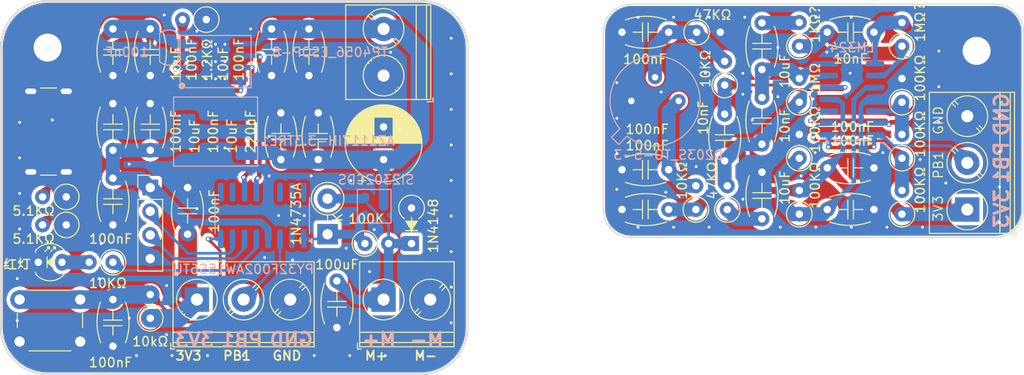
<source format=kicad_pcb>
(kicad_pcb (version 20240108) (generator "pcbnew") (generator_version "8.0")
  (layers (0 "F.Cu" signal) (31 "B.Cu" signal) (34 "B.Paste" user) (35 "F.Paste" user) (36 "B.SilkS" user "B.Silkscreen") (37 "F.SilkS" user "F.Silkscreen") (38 "B.Mask" user) (39 "F.Mask" user) (44 "Edge.Cuts" user))
  (net 0 "")
  (net 1 "GND")
  (net 2 "BAT")
  (net 3 "VCC")
  (net 4 "VBUS")
  (net 5 "/NRST")
  (net 6 "Net-(D1-K)")
  (net 7 "Net-(U4B--)")
  (net 8 "Net-(U4C-+)")
  (net 9 "Net-(S1-G)")
  (net 10 "Net-(S1-S)")
  (net 11 "Net-(U4A--)")
  (net 12 "Net-(U4A-+)")
  (net 13 "Net-(U4B-+)")
  (net 14 "/PA6")
  (net 15 "/SWCLK")
  (net 16 "/SWDIO")
  (net 17 "Net-(LED1-A)")
  (net 18 "Net-(U2-PROG)")
  (net 19 "Net-(USB1-CC2)")
  (net 20 "Net-(USB1-CC1)")
  (net 21 "/PA2")
  (net 22 "Net-(U4C--)")
  (net 23 "Net-(U4D-+)")
  (net 24 "/PA1")
  (net 25 "/PA0")
  (net 26 "/PB1")
  (net 27 "/PA9")
  (net 28 "/PF1")
  (net 29 "/PA3")
  (net 30 "/PF0")
  (net 31 "/PA7")
  (net 32 "/PB0")
  (net 33 "Net-(C18-Pad2)")
  (net 34 "Net-(C18-Pad1)")
  (net 35 "Net-(C24-Pad1)")
  (net 36 "/DOUT")
  (footprint "PCM_Capacitor_THT_US_AKL:C_Disc_D5.1mm_W3.2mm_P5.00mm" (layer "F.Cu") (at 121.55 122.35 180)
    (property "Reference" "C16" (hide yes))
    (property "Value" "100nF")
  )
  (footprint "Diode_THT:D_DO-41_SOD81_P3.81mm_Vertical_KathodeUp" (layer "F.Cu") (at 85 125 90)
    (property "Reference" "DZ1" (hide yes))
    (property "Value" "1N4735A")
  )
  (footprint "TerminalBlock_Phoenix:TerminalBlock_Phoenix_PT-1,5-2-5.0-H_1x02_P5.00mm_Horizontal" (layer "F.Cu") (at 91 108 90)
    (property "Reference" "P1" (hide yes))
    (property "Value" "Screw_Terminal_2_P5.00mm" (hide yes))
  )
  (footprint "PCM_Capacitor_THT_US_AKL:C_Disc_D5.1mm_W3.2mm_P5.00mm" (layer "F.Cu") (at 70 125 90)
    (property "Reference" "C8" (hide yes))
    (property "Value" "100nF")
  )
  (footprint "PCM_Capacitor_THT_US_AKL:C_Disc_D5.1mm_W3.2mm_P5.00mm" (layer "F.Cu") (at 62 119 -90)
    (property "Reference" "C12" (hide yes))
    (property "Value" "100nF")
  )
  (footprint "PCM_Resistor_THT_AKL:R_Axial_DIN0207_L6.3mm_D2.5mm_P2.54mm_Vertical" (layer "F.Cu") (at 135.55 110.85 90)
    (property "Reference" "R14" (hide yes))
    (property "Value" "1MΩ")
  )
  (footprint "TerminalBlock_Phoenix:TerminalBlock_Phoenix_PT-1,5-3-5.0-H_1x03_P5.00mm_Horizontal" (layer "F.Cu") (at 153.55 122.35 90)
    (property "Reference" "J4" (hide yes))
    (property "Value" "Screw_Terminal_3_P5.00mm" (hide yes))
  )
  (footprint "PCM_Resistor_THT_AKL:R_Axial_DIN0207_L6.3mm_D2.5mm_P2.54mm_Vertical" (layer "F.Cu") (at 146.55 104.85 90)
    (property "Reference" "R9" (hide yes))
    (property "Value" "1MΩ？")
  )
  (footprint "PCM_Resistor_THT_AKL:R_Axial_DIN0207_L6.3mm_D2.5mm_P2.54mm_Vertical" (layer "F.Cu") (at 57 124 180)
    (property "Reference" "R2" (hide yes))
    (property "Value" "5.1KΩ")
  )
  (footprint "PCM_Capacitor_THT_US_AKL:C_Disc_D5.1mm_W3.2mm_P5.00mm" (layer "F.Cu") (at 62 103 -90)
    (property "Reference" "C9" (hide yes))
    (property "Value" "10uF")
  )
  (footprint "MountingHole:MountingHole_3mm_Pad" (layer "F.Cu") (at 55 105)
    (property "Reference" "H1" (hide yes))
    (property "Value" "~")
  )
  (footprint "PCM_Resistor_THT_AKL:R_Axial_DIN0207_L6.3mm_D2.5mm_P2.54mm_Vertical" (layer "F.Cu") (at 57 121 180)
    (property "Reference" "R3" (hide yes))
    (property "Value" "5.1KΩ")
  )
  (footprint "PCM_Resistor_THT_AKL:R_Axial_DIN0207_L6.3mm_D2.5mm_P2.54mm_Vertical" (layer "F.Cu") (at 124.466666 122.35 90)
    (property "Reference" "R8" (hide yes))
    (property "Value" "10KΩ")
  )
  (footprint "PCM_Resistor_THT_AKL:R_Axial_DIN0207_L6.3mm_D2.5mm_P2.54mm_Vertical" (layer "F.Cu") (at 62 128 180)
    (property "Reference" "R5" (hide yes))
    (property "Value" "10KΩ")
  )
  (footprint "Button_Switch_THT:SW_PUSH_6mm_H7.3mm" (layer "F.Cu") (at 52 132)
    (property "Reference" "SW1" (hide yes))
    (property "Value" "SW_DIP_x01" (hide yes))
  )
  (footprint "PCM_Capacitor_THT_US_AKL:C_Disc_D5.1mm_W3.2mm_P5.00mm" (layer "F.Cu") (at 83 103 -90)
    (property "Reference" "C2" (hide yes))
    (property "Value" "100nF")
  )
  (footprint "PCM_Capacitor_THT_US_AKL:C_Disc_D5.1mm_W3.2mm_P5.00mm" (layer "F.Cu") (at 121.55 118.083334 180)
    (property "Reference" "C17" (hide yes))
    (property "Value" "100nF")
  )
  (footprint "PCM_Capacitor_THT_US_AKL:C_Disc_D5.1mm_W3.2mm_P5.00mm" (layer "F.Cu") (at 84 117 90)
    (property "Reference" "C4" (hide yes))
    (property "Value" "10uF")
  )
  (footprint "PCM_Capacitor_THT_US_AKL:C_Disc_D5.1mm_W3.2mm_P5.00mm" (layer "F.Cu") (at 131.55 107.35 90)
    (property "Reference" "C18" (hide yes))
    (property "Value" "10uF")
  )
  (footprint "Connector_USB:USB_C_Receptacle_GCT_USB4125-xx-x_6P_TopMnt_Horizontal" (layer "F.Cu") (at 54 114 -90)
    (property "Reference" "USB1" (hide yes))
    (property "Value" "USB_C_Receptacle_PowerOnly_6P" (hide yes))
  )
  (footprint "PCM_Capacitor_THT_US_AKL:C_Disc_D5.1mm_W3.2mm_P5.00mm" (layer "F.Cu") (at 79 103 -90)
    (property "Reference" "C1" (hide yes))
    (property "Value" "10uF")
  )
  (footprint "PCM_Capacitor_THT_US_AKL:C_Disc_D5.1mm_W3.2mm_P5.00mm" (layer "F.Cu") (at 131.55 123.35 90)
    (property "Reference" "C24" (hide yes))
    (property "Value" "10uF")
  )
  (footprint "PCM_Capacitor_THT_US_AKL:C_Disc_D5.1mm_W3.2mm_P5.00mm" (layer "F.Cu") (at 131.55 115.35 90)
    (property "Reference" "C23" (hide yes))
    (property "Value" "10nF")
  )
  (footprint "TerminalBlock_Phoenix:TerminalBlock_Phoenix_PT-1,5-2-5.0-H_1x02_P5.00mm_Horizontal" (layer "F.Cu") (at 91 132)
    (property "Reference" "J2" (hide yes))
    (property "Value" "Screw_Terminal_2_P5.00mm" (hide yes))
  )
  (footprint "PCM_Capacitor_THT_US_AKL:C_Disc_D5.1mm_W3.2mm_P5.00mm" (layer "F.Cu") (at 138.55 103.35)
    (property "Reference" "C15" (hide yes))
    (property "Value" "10nF")
  )
  (footprint "PCM_Capacitor_THT_US_AKL:C_Disc_D5.1mm_W3.2mm_P5.00mm" (layer "F.Cu") (at 138.55 122.35)
    (property "Reference" "C22" (hide yes))
    (property "Value" "100nF")
  )
  (footprint "PCM_Capacitor_THT_US_AKL:C_Disc_D5.1mm_W3.2mm_P5.00mm" (layer "F.Cu") (at 66 103 -90)
    (property "Reference" "C10" (hide yes))
    (property "Value" "100nF")
  )
  (footprint "PCM_Capacitor_THT_US_AKL:C_Disc_D5.1mm_W3.2mm_P5.00mm" (layer "F.Cu") (at 127.55 112.136667 -90)
    (property "Reference" "C21" (hide yes))
    (property "Value" "10nF")
  )
  (footprint "PCM_Diode_THT_AKL:D_DO-35_SOD27_P3.81mm_Vertical_KathodeUp" (layer "F.Cu") (at 94 126 90)
    (property "Reference" "D1" (hide yes))
    (property "Value" "1N4148")
  )
  (footprint "PCM_Resistor_THT_AKL:R_Axial_DIN0207_L6.3mm_D2.5mm_P2.54mm_Vertical" (layer "F.Cu") (at 124.55 103.35)
    (property "Reference" "R13" (hide yes))
    (property "Value" "47KΩ")
  )
  (footprint "PCM_Capacitor_THT_US_AKL:C_Disc_D5.1mm_W3.2mm_P5.00mm" (layer "F.Cu") (at 62 116 90)
    (property "Reference" "C7" (hide yes))
    (property "Value" "100nF")
  )
  (footprint "MountingHole:MountingHole_3mm_Pad" (layer "F.Cu") (at 154.55 105.35 90)
    (property "Reference" "H2" (hide yes))
    (property "Value" "~")
  )
  (footprint "PCM_Resistor_THT_AKL:R_Axial_DIN0207_L6.3mm_D2.5mm_P2.54mm_Vertical" (layer "F.Cu") (at 135.55 104.85 90)
    (property "Reference" "R12" (hide yes))
    (property "Value" "1KΩ?")
  )
  (footprint "PCM_Capacitor_THT_US_AKL:CP_Radial_D8.0mm_P3.50mm" (layer "F.Cu") (at 91 117 90)
    (property "Reference" "C3" (hide yes))
    (property "Value" "220uF")
  )
  (footprint "PCM_Resistor_THT_AKL:R_Axial_DIN0207_L6.3mm_D2.5mm_P2.54mm_Vertical" (layer "F.Cu") (at 127.55 109.013334 90)
    (property "Reference" "R10" (hide yes))
    (property "Value" "10KΩ")
  )
  (footprint "Connector_PinHeader_2.54mm:PinHeader_1x04_P2.54mm_Vertical" (layer "F.Cu") (at 66 120)
    (property "Reference" "J1" (hide yes))
    (property "Value" "Conn_01x04" (hide yes))
  )
  (footprint "PCM_Capacitor_THT_US_AKL:C_Disc_D5.1mm_W3.2mm_P5.00mm" (layer "F.Cu") (at 66 116 90)
    (property "Reference" "C6" (hide yes))
    (property "Value" "10uF")
  )
  (footprint "TerminalBlock_Phoenix:TerminalBlock_Phoenix_PT-1,5-3-5.0-H_1x03_P5.00mm_Horizontal" (layer "F.Cu") (at 71 132)
    (property "Reference" "J3" (hide yes))
    (property "Value" "Screw_Terminal_3_P5.00mm" (hide yes))
  )
  (footprint "PCM_Capacitor_THT_US_AKL:C_Disc_D5.1mm_W3.2mm_P5.00mm" (layer "F.Cu") (at 121.55 103.35 180)
    (property "Reference" "C20" (hide yes))
    (property "Value" "100nF")
  )
  (footprint "PCM_Resistor_THT_AKL:R_Axial_DIN0207_L6.3mm_D2.5mm_P2.54mm_Vertical" (layer "F.Cu") (at 135.55 116.85 90)
    (property "Reference" "R17" (hide yes))
    (property "Value" "100KΩ")
  )
  (footprint "PCM_Capacitor_THT_US_AKL:C_Disc_D5.1mm_W3.2mm_P5.00mm" (layer "F.Cu") (at 62 132 -90)
    (property "Reference" "C13" (hide yes))
    (property "Value" "100nF")
  )
  (footprint "PCM_LED_THT_AKL:LED_D3.0mm" (layer "F.Cu") (at 54 128)
    (property "Reference" "LED1" (hide yes))
    (property "Value" "红灯")
  )
  (footprint "PCM_Resistor_THT_AKL:R_Axial_DIN0207_L6.3mm_D2.5mm_P2.54mm_Vertical" (layer "F.Cu") (at 72 102 180)
    (property "Reference" "R1" (hide yes))
    (property "Value" "1.2KΩ")
  )
  (footprint "PCM_Resistor_THT_AKL:R_Axial_DIN0207_L6.3mm_D2.5mm_P2.54mm_Vertical" (layer "F.Cu") (at 127.833332 122.35 90)
    (property "Reference" "R18" (hide yes))
    (property "Value" "47KΩ")
  )
  (footprint "PCM_Capacitor_THT_US_AKL:C_Disc_D5.1mm_W3.2mm_P5.00mm" (layer "F.Cu") (at 80 117 90)
    (property "Reference" "C5" (hide yes))
    (property "Value" "100nF")
  )
  (footprint "PCM_Resistor_THT_AKL:R_Axial_DIN0207_L6.3mm_D2.5mm_P2.54mm_Vertical" (layer "F.Cu") (at 66 134 90)
    (property "Reference" "R4" (hide yes))
    (property "Value" "10kΩ")
  )
  (footprint "PCM_Capacitor_THT_US_AKL:C_Disc_D5.1mm_W3.2mm_P5.00mm" (layer "F.Cu") (at 86 130 -90)
    (property "Reference" "C14" (hide yes))
    (property "Value" "100uF")
  )
  (footprint "PCM_Capacitor_THT_US_AKL:C_Disc_D5.1mm_W3.2mm_P5.00mm" (layer "F.Cu") (at 138.55 117.888334)
    (property "Reference" "C19" (hide yes))
    (property "Value" "100nF")
  )
  (footprint "PCM_Resistor_THT_AKL:R_Axial_DIN0207_L6.3mm_D2.5mm_P2.54mm_Vertical" (layer "F.Cu") (at 89 126)
    (property "Reference" "R6" (hide yes))
    (property "Value" "100K")
  )
  (footprint "PCM_Resistor_THT_AKL:R_Axial_DIN0207_L6.3mm_D2.5mm_P2.54mm_Vertical" (layer "F.Cu") (at 146.55 110.85 90)
    (property "Reference" "R15" (hide yes))
    (property "Value" "100KΩ")
  )
  (footprint "PCM_Resistor_THT_AKL:R_Axial_DIN0207_L6.3mm_D2.5mm_P2.54mm_Vertical" (layer "F.Cu") (at 146.55 122.85 90)
    (property "Reference" "R7" (hide yes))
    (property "Value" "100KΩ")
  )
  (footprint "PCM_Resistor_THT_AKL:R_Axial_DIN0207_L6.3mm_D2.5mm_P2.54mm_Vertical" (layer "F.Cu") (at 146.55 116.85 90)
    (property "Reference" "R11" (hide yes))
    (property "Value" "100KΩ")
  )
  (footprint "PCM_Resistor_THT_AKL:R_Axial_DIN0207_L6.3mm_D2.5mm_P2.54mm_Vertical" (layer "F.Cu") (at 135.55 122.85 90)
    (property "Reference" "R16" (hide yes))
    (property "Value" "100KΩ")
  )
  (footprint "PCM_Capacitor_SMD_AKL:C_0805_2012Metric" (layer "B.Cu") (at 68 105 -90)
    (property "Reference" "C11" (hide yes))
    (property "Value" "100nF")
  )
  (footprint "Package_TO_SOT_THT:TO-5-3" (layer "B.Cu") (at 117.55 110.716668)
    (property "Reference" "S1" (hide yes))
    (property "Value" "D203S_TO-5-3")
  )
  (footprint "Package_SO:SOP-16_3.9x9.9mm_P1.27mm" (layer "B.Cu") (at 78 123 90)
    (property "Reference" "U3" (hide yes))
    (property "Value" "PY32F002AW15S6TU")
  )
  (footprint "Package_SO:SOIC-14_3.9x8.7mm_P1.27mm" (layer "B.Cu") (at 141.2 110.541668)
    (property "Reference" "U4" (hide yes))
    (property "Value" "LM324")
  )
  (footprint "PCM_Package_TO_SOT_SMD_AKL:SOT-223-3_TabPin2" (layer "B.Cu") (at 73 114 180)
    (property "Reference" "U1" (hide yes))
    (property "Value" "AZ1117IH-3.3TRE1")
  )
  (footprint "PCM_Package_TO_SOT_SMD_AKL:SOT-23" (layer "B.Cu") (at 90 122)
    (property "Reference" "Q1" (hide yes))
    (property "Value" "Si2302CDS")
  )
  (footprint "PCM_Package_SO_AKL:HSOP-8-1EP_3.9x4.9mm_P1.27mm_EP2.41x3.1mm_ThermalVias2" (layer "B.Cu") (at 73 106.5)
    (property "Reference" "U2" (hide yes))
    (property "Value" "TP4056_ESOP-8")
  )
  (gr_arc (start 117.55 125.35) (mid 115.42868 124.47132) (end 114.55 122.35) (stroke (width 0.1)) (layer "Edge.Cuts"))
  (gr_line (start 114.55 122.35) (end 114.55 103.35) (stroke (width 0.1)) (layer "Edge.Cuts"))
  (gr_line (start 100 105) (end 100 135) (stroke (width 0.2)) (layer "Edge.Cuts"))
  (gr_arc (start 50 105) (mid 51.464466 101.464466) (end 55 100) (stroke (width 0.2)) (layer "Edge.Cuts"))
  (gr_arc (start 114.55 103.35) (mid 115.42868 101.22868) (end 117.55 100.35) (stroke (width 0.1)) (layer "Edge.Cuts"))
  (gr_arc (start 100 135) (mid 98.535534 138.535534) (end 95 140) (stroke (width 0.2)) (layer "Edge.Cuts"))
  (gr_arc (start 156.55 100.35) (mid 158.67132 101.22868) (end 159.55 103.35) (stroke (width 0.1)) (layer "Edge.Cuts"))
  (gr_line (start 156.55 125.35) (end 117.55 125.35) (stroke (width 0.1)) (layer "Edge.Cuts"))
  (gr_line (start 95 140) (end 55 140) (stroke (width 0.2)) (layer "Edge.Cuts"))
  (gr_line (start 159.55 103.35) (end 159.55 122.35) (stroke (width 0.1)) (layer "Edge.Cuts"))
  (gr_line (start 55 100) (end 95 100) (stroke (width 0.2)) (layer "Edge.Cuts"))
  (gr_line (start 117.55 100.35) (end 156.55 100.35) (stroke (width 0.1)) (layer "Edge.Cuts"))
  (gr_arc (start 55 140) (mid 51.464466 138.535534) (end 50 135) (stroke (width 0.2)) (layer "Edge.Cuts"))
  (gr_arc (start 159.55 122.35) (mid 158.67132 124.47132) (end 156.55 125.35) (stroke (width 0.1)) (layer "Edge.Cuts"))
  (gr_line (start 50 135) (end 50 105) (stroke (width 0.2)) (layer "Edge.Cuts"))
  (gr_arc (start 95 100) (mid 98.535534 101.464466) (end 100 105) (stroke (width 0.2)) (layer "Edge.Cuts"))
  (gr_text "GND" (at 83.6 137.2 0) (layer "B.SilkS") (effects (font (size 1.5 1.5) (thickness 0.3) (bold yes)) (justify left bottom mirror)))
  (gr_text "M+" (at 92.5 137.2 0) (layer "B.SilkS") (effects (font (size 1.5 1.5) (thickness 0.3) (bold yes)) (justify left bottom mirror)))
  (gr_text "M-\n" (at 97.6 137.2 0) (layer "B.SilkS") (effects (font (size 1.5 1.5) (thickness 0.3) (bold yes)) (justify left bottom mirror)))
  (gr_text "PB1" (at 158.1 114.921429 90) (layer "B.SilkS") (effects (font (size 1.5 1.5) (thickness 0.3) (bold yes)) (justify left bottom mirror)))
  (gr_text "GND" (at 158.1 109.7 90) (layer "B.SilkS") (effects (font (size 1.5 1.5) (thickness 0.3) (bold yes)) (justify left bottom mirror)))
  (gr_text "PB1" (at 78.228571 137.2 0) (layer "B.SilkS") (effects (font (size 1.5 1.5) (thickness 0.3) (bold yes)) (justify left bottom mirror)))
  (gr_text "3V3" (at 73 137.2 0) (layer "B.SilkS") (effects (font (size 1.5 1.5) (thickness 0.3) (bold yes)) (justify left bottom mirror)))
  (gr_text "3V3" (at 158.1 120 90) (layer "B.SilkS") (effects (font (size 1.5 1.5) (thickness 0.3) (bold yes)) (justify left bottom mirror)))
  (gr_text "PB1" (at 151.03 119.145238 90) (layer "F.SilkS") (effects (font (size 1 1) (thickness 0.125)) (justify left bottom)))
  (gr_text "M-\n" (at 94.2 138.6 0) (layer "F.SilkS") (effects (font (size 1 1) (thickness 0.1875)) (justify left bottom)))
  (gr_text "GND" (at 79 138.6 0) (layer "F.SilkS") (effects (font (size 1 1) (thickness 0.1875)) (justify left bottom)))
  (gr_text "GND" (at 151.03 114.4 90) (layer "F.SilkS") (effects (font (size 1 1) (thickness 0.125)) (justify left bottom)))
  (gr_text "M+" (at 88.9 138.6 0) (layer "F.SilkS") (effects (font (size 1 1) (thickness 0.1875)) (justify left bottom)))
  (gr_text "PB1" (at 73.704762 138.6 0) (layer "F.SilkS") (effects (font (size 1 1) (thickness 0.1875)) (justify left bottom)))
  (gr_text "3V3" (at 151 123.7 90) (layer "F.SilkS") (effects (font (size 1 1) (thickness 0.125)) (justify left bottom)))
  (gr_text "3V3" (at 68.6 138.6 0) (layer "F.SilkS") (effects (font (size 1 1) (thickness 0.1875)) (justify left bottom)))
  (segment (start 57.08 111.25) (end 57.08 109.76) (width 0.76) (layer "F.Cu") (net 1))
  (segment (start 57.08 109.76) (end 57 109.68) (width 0.76) (layer "F.Cu") (net 1))
  (segment (start 57.08 116.75) (end 57.08 118.24) (width 0.76) (layer "F.Cu") (net 1))
  (segment (start 57.08 118.24) (end 57 118.32) (width 0.76) (layer "F.Cu") (net 1))
  (via (at 64.5 105.75) (size 0.5) (drill 0.3) (layers "F.Cu" "B.Cu") (net 1))
  (via (at 122.08 124.25) (size 0.5) (drill 0.3) (layers "F.Cu" "B.Cu") (net 1))
  (via (at 98.25 119.24) (size 0.5) (drill 0.3) (layers "F.Cu" "B.Cu") (net 1))
  (via (at 118.27 124.25) (size 0.5) (drill 0.3) (layers "F.Cu" "B.Cu") (net 1))
  (via (at 74 115.75) (size 0.5) (drill 0.3) (layers "F.Cu" "B.Cu") (net 1))
  (via (at 92.75 113.75) (size 0.5) (drill 0.3) (layers "F.Cu" "B.Cu") (net 1))
  (via (at 51.75 129.75) (size 0.5) (drill 0.3) (layers "F.Cu" "B.Cu") (net 1))
  (via (at 98.25 126.86) (size 0.5) (drill 0.3) (layers "F.Cu" "B.Cu") (net 1))
  (via (at 150.5 109.19) (size 0.5) (drill 0.3) (layers "F.Cu" "B.Cu") (net 1))
  (via (at 137 110.5) (size 0.5) (drill 0.3) (layers "F.Cu" "B.Cu") (net 1))
  (via (at 141 107.75) (size 0.5) (drill 0.3) (layers "F.Cu" "B.Cu") (net 1))
  (via (at 148.5 113.75) (size 0.5) (drill 0.3) (layers "F.Cu" "B.Cu") (net 1))
  (via (at 157 116.13) (size 0.5) (drill 0.3) (layers "F.Cu" "B.Cu") (net 1))
  (via (at 148.75 124.25) (size 0.5) (drill 0.3) (layers "F.Cu" "B.Cu") (net 1))
  (via (at 79.76 138) (size 0.5) (drill 0.3) (layers "F.Cu" "B.Cu") (net 1))
  (via (at 98.25 123.05) (size 0.5) (drill 0.3) (layers "F.Cu" "B.Cu") (net 1))
  (via (at 133.25 105) (size 0.5) (drill 0.3) (layers "F.Cu" "B.Cu") (net 1))
  (via (at 83.57 138) (size 0.5) (drill 0.3) (layers "F.Cu" "B.Cu") (net 1))
  (via (at 116 112.57) (size 0.5) (drill 0.3) (layers "F.Cu" "B.Cu") (net 1))
  (via (at 52 116.82) (size 0.5) (drill 0.3) (layers "F.Cu" "B.Cu") (net 1))
  (via (at 52 124.44) (size 0.5) (drill 0.3) (layers "F.Cu" "B.Cu") (net 1))
  (via (at 72.14 138) (size 0.5) (drill 0.3) (layers "F.Cu" "B.Cu") (net 1))
  (via (at 87.38 138) (size 0.5) (drill 0.3) (layers "F.Cu" "B.Cu") (net 1))
  (via (at 71 122.25) (size 0.5) (drill 0.3) (layers "F.Cu" "B.Cu") (net 1))
  (via (at 91.75 105.5) (size 0.5) (drill 0.3) (layers "F.Cu" "B.Cu") (net 1))
  (via (at 90 124.5) (size 0.5) (drill 0.3) (layers "F.Cu" "B.Cu") (net 1))
  (via (at 116 120.19) (size 0.5) (drill 0.3) (layers "F.Cu" "B.Cu") (net 1))
  (via (at 91.19 138) (size 0.5) (drill 0.3) (layers "F.Cu" "B.Cu") (net 1))
  (via (at 76.75 103) (size 0.5) (drill 0.3) (layers "F.Cu" "B.Cu") (net 1))
  (via (at 60.5 129.75) (size 0.5) (drill 0.3) (layers "F.Cu" "B.Cu") (net 1))
  (via (at 137.25 116.25) (size 0.5) (drill 0.3) (layers "F.Cu" "B.Cu") (net 1))
  (via (at 98.25 107.81) (size 0.5) (drill 0.3) (layers "F.Cu" "B.Cu") (net 1))
  (via (at 78.75 114.5) (size 0.5) (drill 0.3) (layers "F.Cu" "B.Cu") (net 1))
  (via (at 129.5 121.25) (size 0.5) (drill 0.3) (layers "F.Cu" "B.Cu") (net 1))
  (via (at 55.5 112.75) (size 0.5) (drill 0.3) (layers "F.Cu" "B.Cu") (net 1))
  (via (at 157 112.32) (size 0.5) (drill 0.3) (layers "F.Cu" "B.Cu") (net 1))
  (via (at 129.7 101.75) (size 0.5) (drill 0.3) (layers "F.Cu" "B.Cu") (net 1))
  (via (at 67.75 130.5) (size 0.5) (drill 0.3) (layers "F.Cu" "B.Cu") (net 1))
  (via (at 157 119.94) (size 0.5) (drill 0.3) (layers "F.Cu" "B.Cu") (net 1))
  (via (at 125.89 124.25) (size 0.5) (drill 0.3) (layers "F.Cu" "B.Cu") (net 1))
  (via (at 98.25 134.48) (size 0.5) (drill 0.3) (layers "F.Cu" "B.Cu") (net 1))
  (via (at 78.25 127.5) (size 0.5) (drill 0.3) (layers "F.Cu" "B.Cu") (net 1))
  (via (at 98.25 104) (size 0.5) (drill 0.3) (layers "F.Cu" "B.Cu") (net 1))
  (via (at 98.25 111.62) (size 0.5) (drill 0.3) (layers "F.Cu" "B.Cu") (net 1))
  (via (at 150.5 113) (size 0.5) (drill 0.3) (layers "F.Cu" "B.Cu") (net 1))
  (via (at 52 120.63) (size 0.5) (drill 0.3) (layers "F.Cu" "B.Cu") (net 1))
  (via (at 64.52 138) (size 0.5) (drill 0.3) (layers "F.Cu" "B.Cu") (net 1))
  (via (at 125.5 107.75) (size 0.5) (drill 0.3) (layers "F.Cu" "B.Cu") (net 1))
  (via (at 135.75 118.75) (size 0.5) (drill 0.3) (layers "F.Cu" "B.Cu") (net 1))
  (via (at 148.5 117) (size 0.5) (drill 0.3) (layers "F.Cu" "B.Cu") (net 1))
  (via (at 95 138) (size 0.5) (drill 0.3) (layers "F.Cu" "B.Cu") (net 1))
  (via (at 116 116.38) (size 0.5) (drill 0.3) (layers "F.Cu" "B.Cu") (net 1))
  (via (at 137.32 124.25) (size 0.5) (drill 0.3) (layers "F.Cu" "B.Cu") (net 1))
  (via (at 51.75 134.25) (size 0.5) (drill 0.3) (layers "F.Cu" "B.Cu") (net 1))
  (via (at 130.5 112.75) (size 0.5) (drill 0.3) (layers "F.Cu" "B.Cu") (net 1))
  (via (at 75.95 138) (size 0.5) (drill 0.3) (layers "F.Cu" "B.Cu") (net 1))
  (via (at 87.5 119.25) (size 0.5) (drill 0.3) (layers "F.Cu" "B.Cu") (net 1))
  (via (at 98.25 115.43) (size 0.5) (drill 0.3) (layers "F.Cu" "B.Cu") (net 1))
  (via (at 133.51 124.25) (size 0.5) (drill 0.3) (layers "F.Cu" "B.Cu") (net 1))
  (via (at 144.94 124.25) (size 0.5) (drill 0.3) (layers "F.Cu" "B.Cu") (net 1))
  (via (at 121.25 120.5) (size 0.5) (drill 0.3) (layers "F.Cu" "B.Cu") (net 1))
  (via (at 129.5 110) (size 0.5) (drill 0.3) (layers "F.Cu" "B.Cu") (net 1))
  (via (at 129.5 107.75) (size 0.5) (drill 0.3) (layers "F.Cu" "B.Cu") (net 1))
  (via (at 79.25 105.25) (size 0.5) (drill 0.3) (layers "F.Cu" "B.Cu") (net 1))
  (via (at 52 113.01) (size 0.5) (drill 0.3) (layers "F.Cu" "B.Cu") (net 1))
  (via (at 141.13 101.75) (size 0.5) (drill 0.3) (layers "F.Cu" "B.Cu") (net 1))
  (via (at 71 103.25) (size 0.5) (drill 0.3) (layers "F.Cu" "B.Cu") (net 1))
  (via (at 151.25 119.5) (size 0.5) (drill 0.3) (layers "F.Cu" "B.Cu") (net 1))
  (via (at 87 126.5) (size 0.5) (drill 0.3) (layers "F.Cu" "B.Cu") (net 1))
  (via (at 141.13 124.25) (size 0.5) (drill 0.3) (layers "F.Cu" "B.Cu") (net 1))
  (via (at 137.32 101.75) (size 0.5) (drill 0.3) (layers "F.Cu" "B.Cu") (net 1))
  (via (at 157 123.75) (size 0.5) (drill 0.3) (layers "F.Cu" "B.Cu") (net 1))
  (via (at 89.5 129) (size 0.5) (drill 0.3) (layers "F.Cu" "B.Cu") (net 1))
  (via (at 122.08 101.75) (size 0.5) (drill 0.3) (layers "F.Cu" "B.Cu") (net 1))
  (via (at 63.75 134) (size 0.5) (drill 0.3) (layers "F.Cu" "B.Cu") (net 1))
  (via (at 133.25 110.25) (size 0.5) (drill 0.3) (layers "F.Cu" "B.Cu") (net 1))
  (via (at 120.75 109.75) (size 0.5) (drill 0.3) (layers "F.Cu" "B.Cu") (net 1))
  (via (at 67.75 135.75) (size 0.5) (drill 0.3) (layers "F.Cu" "B.Cu") (net 1))
  (via (at 82.5 123) (size 0.5) (drill 0.3) (layers "F.Cu" "B.Cu") (net 1))
  (via (at 98.25 130.67) (size 0.5) (drill 0.3) (layers "F.Cu" "B.Cu") (net 1))
  (via (at 125.89 101.75) (size 0.5) (drill 0.3) (layers "F.Cu" "B.Cu") (net 1))
  (via (at 150.5 105.38) (size 0.5) (drill 0.3) (layers "F.Cu" "B.Cu") (net 1))
  (via (at 116 108.76) (size 0.5) (drill 0.3) (layers "F.Cu" "B.Cu") (net 1))
  (via (at 81.25 127.75) (size 0.5) (drill 0.3) (layers "F.Cu" "B.Cu") (net 1))
  (via (at 60.75 126) (size 0.5) (drill 0.3) (layers "F.Cu" "B.Cu") (net 1))
  (via (at 118.27 101.75) (size 0.5) (drill 0.3) (layers "F.Cu" "B.Cu") (net 1))
  (via (at 78.75 118.75) (size 0.5) (drill 0.3) (layers "F.Cu" "B.Cu") (net 1))
  (via (at 63.75 117.5) (size 0.5) (drill 0.3) (layers "F.Cu" "B.Cu") (net 1))
  (via (at 144.5 116.25) (size 0.5) (drill 0.3) (layers "F.Cu" "B.Cu") (net 1))
  (via (at 83.25 118.75) (size 0.5) (drill 0.3) (layers "F.Cu" "B.Cu") (net 1))
  (via (at 67.5 101.5) (size 0.5) (drill 0.3) (layers "F.Cu" "B.Cu") (net 1))
  (via (at 68.33 138) (size 0.5) (drill 0.3) (layers "F.Cu" "B.Cu") (net 1))
  (via (at 138.5 105.5) (size 0.5) (drill 0.3) (layers "F.Cu" "B.Cu") (net 1))
  (via (at 148.25 121) (size 0.5) (drill 0.3) (layers "F.Cu" "B.Cu") (net 1))
  (via (at 124.5 117.75) (size 0.5) (drill 0.3) (layers "F.Cu" "B.Cu") (net 1))
  (via (at 79.75 123) (size 0.5) (drill 0.3) (layers "F.Cu" "B.Cu") (net 1))
  (segment (start 66 111) (end 62 111) (width 2) (layer "B.Cu") (net 1))
  (segment (start 86 135) (end 84 135) (width 2) (layer "B.Cu") (net 1))
  (segment (start 154.55 111.35) (end 153.55 112.35) (width 1.5) (layer "B.Cu") (net 1))
  (segment (start 66 127.62) (end 65.62 127.62) (width 1.5) (layer "B.Cu") (net 1))
  (segment (start 70.35 105.865) (end 72.365 105.865) (width 1) (layer "B.Cu") (net 1))
  (segment (start 68 105.95) (end 68 106) (width 1) (layer "B.Cu") (net 1))
  (segment (start 72.365 105.865) (end 73 106.5) (width 1) (layer "B.Cu") (net 1))
  (segment (start 70.35 105.865) (end 68.085 105.865) (width 1) (layer "B.Cu") (net 1))
  (segment (start 57 124.568141) (end 54 127.568141) (width 1.5) (layer "B.Cu") (net 1))
  (segment (start 68 106) (end 66 108) (width 1) (layer "B.Cu") (net 1))
  (segment (start 116.55 103.35) (end 116.55 109.716668) (width 1.5) (layer "B.Cu") (net 1))
  (segment (start 75.15 111.7) (end 73 109.55) (width 1.5) (layer "B.Cu") (net 1))
  (segment (start 127.09 103.35) (end 127.09 102.21863) (width 1.5) (layer "B.Cu") (net 1))
  (segment (start 142.858332 110.541668) (end 143.675 110.541668) (width 0.5) (layer "B.Cu") (net 1))
  (segment (start 79 108) (end 91 108) (width 2) (layer "B.Cu") (net 1))
  (segment (start 143.55 117.888334) (end 142.15 116.488334) (width 0.5) (layer "B.Cu") (net 1))
  (segment (start 53.2 118.32) (end 57 118.32) (width 2) (layer "B.Cu") (net 1))
  (segment (start 91 108) (end 91 113.5) (width 2) (layer "B.Cu") (net 1))
  (segment (start 86 135) (end 93 135) (width 2) (layer "B.Cu") (net 1))
  (segment (start 118.45 101.45) (end 116.55 103.35) (width 1.5) (layer "B.Cu") (net 1))
  (segment (start 116.55 122.35) (end 116.55 111.716668) (width 1.5) (layer "B.Cu") (net 1))
  (segment (start 91 113.5) (end 85.5 113.5) (width 2) (layer "B.Cu") (net 1))
  (segment (start 70.35 108.405) (end 71.945 108.405) (width 0.5) (layer "B.Cu") (net 1))
  (segment (start 94 122.19) (end 97.3 125.49) (width 2) (layer "B.Cu") (net 1))
  (segment (start 142.15 111.25) (end 142.858332 110.541668) (width 0.5) (layer "B.Cu") (net 1))
  (segment (start 76.15 111.7) (end 79.7 111.7) (width 1.5) (layer "B.Cu") (net 1))
  (segment (start 65.62 127.62) (end 62 124) (width 1.5) (layer "B.Cu") (net 1))
  (segment (start 142.15 116.488334) (end 142.15 111.25) (width 0.5) (layer "B.Cu") (net 1))
  (segment (start 116.55 111.716668) (end 117.55 110.716668) (width 1.5) (layer "B.Cu") (net 1))
  (segment (start 126.32137 101.45) (end 118.45 101.45) (width 1.5) (layer "B.Cu") (net 1))
  (segment (start 144.318332 110.541668) (end 146.55 108.31) (width 0.5) (layer "B.Cu") (net 1))
  (segment (start 62 108) (end 66 108) (width 2) (layer "B.Cu") (net 1))
  (segment (start 76.15 111.7) (end 75.15 111.7) (width 1.5) (layer "B.Cu") (net 1))
  (segment (start 71.945 108.405) (end 72 108.35) (width 0.5) (layer "B.Cu") (net 1))
  (segment (start 116.55 109.716668) (end 117.55 110.716668) (width 1.5) (layer "B.Cu") (net 1))
  (segment (start 61.5 136.5) (end 62 137) (width 2) (layer "B.Cu") (net 1))
  (segment (start 77.9 122.4) (end 78.635 121.665) (width 0.76) (layer "B.Cu") (net 1))
  (segment (start 73 103) (end 72 102) (width 2) (layer "B.Cu") (net 1))
  (segment (start 154.55 105.35) (end 154.55 111.35) (width 1.5) (layer "B.Cu") (net 1))
  (segment (start 72.4 122.4) (end 77.9 122.4) (width 0.76) (layer "B.Cu") (net 1))
  (segment (start 85.5 113.5) (end 84 112) (width 2) (layer "B.Cu") (net 1))
  (segment (start 73 109.55) (end 73 106.5) (width 1.5) (layer "B.Cu") (net 1))
  (segment (start 55 105) (end 55 109.68) (width 2) (layer "B.Cu") (net 1))
  (segment (start 68.085 105.865) (end 68 105.95) (width 1) (layer "B.Cu") (net 1))
  (segment (start 78.635 121.665) (end 78.635 120.5) (width 0.76) (layer "B.Cu") (net 1))
  (segment (start 57 124) (end 57 124.568141) (width 1.5) (layer "B.Cu") (net 1))
  (segment (start 55 109.68) (end 57 109.68) (width 2) (layer "B.Cu") (net 1))
  (segment (start 70 120) (end 72.4 122.4) (width 0.76) (layer "B.Cu") (net 1))
  (segment (start 79.7 111.7) (end 80 112) (width 1.5) (layer "B.Cu") (net 1))
  (segment (start 70.35 108.405) (end 66.405 108.405) (width 0.5) (layer "B.Cu") (net 1))
  (segment (start 84 135) (end 81 132) (width 2) (layer "B.Cu") (net 1))
  (segment (start 79 108) (end 79 111) (width 2) (layer "B.Cu") (net 1))
  (segment (start 57 118.32) (end 57 124) (width 2) (layer "B.Cu") (net 1))
  (segment (start 93 135) (end 96 132) (width 2) (layer "B.Cu") (net 1))
  (segment (start 97.3 125.49) (end 97.3 130.7) (width 2) (layer "B.Cu") (net 1))
  (segment (start 146.55 108.31) (end 151.59 108.31) (width 1.5) (layer "B.Cu") (net 1))
  (segment (start 151.59 108.31) (end 154.55 105.35) (width 1.5) (layer "B.Cu") (net 1))
  (segment (start 79 111) (end 80 112) (width 2) (layer "B.Cu") (net 1))
  (segment (start 54 127.568141) (end 54 128) (width 1.5) (layer "B.Cu") (net 1))
  (segment (start 143.55 117.888334) (end 143.55 122.35) (width 1.5) (layer "B.Cu") (net 1))
  (segment (start 62 124) (end 57 124) (width 2) (layer "B.Cu") (net 1))
  (segment (start 53.2 109.68) (end 55 109.68) (width 2) (layer "B.Cu") (net 1))
  (segment (start 52 136.5) (end 61.5 136.5) (width 2) (layer "B.Cu") (net 1))
  (segment (start 66.405 108.405) (end 66 108) (width 0.5) (layer "B.Cu") (net 1))
  (segment (start 97.3 130.7) (end 96 132) (width 2) (layer "B.Cu") (net 1))
  (segment (start 143.675 110.541668) (end 144.318332 110.541668) (width 0.5) (layer "B.Cu") (net 1))
  (segment (start 73 106.5) (end 73 103) (width 2) (layer "B.Cu") (net 1))
  (segment (start 80 112) (end 84 112) (width 2) (layer "B.Cu") (net 1))
  (segment (start 127.09 102.21863) (end 126.32137 101.45) (width 1.5) (layer "B.Cu") (net 1))
  (segment (start 92.5 103) (end 94.9 105.4) (width 2) (layer "B.Cu") (net 2))
  (segment (start 94.9 105.4) (end 94.9 114.6) (width 2) (layer "B.Cu") (net 2))
  (segment (start 92.5 117) (end 91 117) (width 2) (layer "B.Cu") (net 2))
  (segment (start 91 103) (end 92.5 103) (width 2) (layer "B.Cu") (net 2))
  (segment (start 94.9 114.6) (end 92.5 117) (width 2) (layer "B.Cu") (net 2))
  (segment (start 76.15 116.3) (end 79.3 116.3) (width 1.5) (layer "B.Cu") (net 2))
  (segment (start 77.405 104.595) (end 79 103) (width 0.5) (layer "B.Cu") (net 2))
  (segment (start 79 103) (end 83 103) (width 2) (layer "B.Cu") (net 2))
  (segment (start 80 117) (end 91 117) (width 2) (layer "B.Cu") (net 2))
  (segment (start 79.3 116.3) (end 80 117) (width 1.5) (layer "B.Cu") (net 2))
  (segment (start 91 117) (end 91 122) (width 1) (layer "B.Cu") (net 2))
  (segment (start 83 103) (end 91 103) (width 2) (layer "B.Cu") (net 2))
  (segment (start 75.65 104.595) (end 77.405 104.595) (width 0.5) (layer "B.Cu") (net 2))
  (segment (start 130.81 120.31) (end 135.55 120.31) (width 0.76) (layer "F.Cu") (net 3))
  (segment (start 124.466666 122.35) (end 126.11 120.706666) (width 0.76) (layer "F.Cu") (net 3))
  (segment (start 70 125) (end 70 131) (width 2) (layer "F.Cu") (net 3))
  (segment (start 126.95 115.35) (end 128.45 115.35) (width 0.76) (layer "F.Cu") (net 3))
  (segment (start 129.45 118.95) (end 130.81 120.31) (width 0.76) (layer "F.Cu") (net 3))
  (segment (start 70 131) (end 71 132) (width 2) (layer "F.Cu") (net 3))
  (segment (start 138.55 117.888334) (end 140.711666 120.05) (width 1) (layer "F.Cu") (net 3))
  (segment (start 143.75 120.05) (end 146.55 122.85) (width 1) (layer "F.Cu") (net 3))
  (segment (start 126.11 120.706666) (end 126.11 116.19) (width 0.76) (layer "F.Cu") (net 3))
  (segment (start 129.45 116.35) (end 129.45 118.95) (width 0.76) (layer "F.Cu") (net 3))
  (segment (start 126.11 116.19) (end 126.95 115.35) (width 0.76) (layer "F.Cu") (net 3))
  (segment (start 128.45 115.35) (end 129.45 116.35) (width 0.76) (layer "F.Cu") (net 3))
  (segment (start 140.711666 120.05) (end 143.75 120.05) (width 1) (layer "F.Cu") (net 3))
  (segment (start 70.209562 123.7) (end 70 123.909562) (width 0.76) (layer "B.Cu") (net 3))
  (segment (start 67.85 116) (end 69.85 114) (width 1.5) (layer "B.Cu") (net 3))
  (segment (start 69 134) (end 71 132) (width 2) (layer "B.Cu") (net 3))
  (segment (start 62 116) (end 67.85 116) (width 1.5) (layer "B.Cu") (net 3))
  (segment (start 66 134) (end 69 134) (width 2) (layer "B.Cu") (net 3))
  (segment (start 121.55 122.35) (end 124.466666 122.35) (width 1.5) (layer "B.Cu") (net 3))
  (segment (start 70 123.909562) (end 70 125) (width 1.5) (layer "B.Cu") (net 3))
  (segment (start 135.55 120.31) (end 136.128334 120.31) (width 1.5) (layer "B.Cu") (net 3))
  (segment (start 78.635 124.478908) (end 77.856092 123.7) (width 0.76) (layer "B.Cu") (net 3))
  (segment (start 146.55 122.85) (end 153.05 122.85) (width 1.5) (layer "B.Cu") (net 3))
  (segment (start 140.21 116.228334) (end 140.21 111.051669) (width 0.5) (layer "B.Cu") (net 3))
  (segment (start 140.21 111.051669) (end 139.699999 110.541668) (width 0.5) (layer "B.Cu") (net 3))
  (segment (start 77.856092 123.7) (end 70.209562 123.7) (width 0.76) (layer "B.Cu") (net 3))
  (segment (start 76.15 114) (end 69.85 114) (width 1.5) (layer "B.Cu") (net 3))
  (segment (start 65 119) (end 66 120) (width 1.5) (layer "B.Cu") (net 3))
  (segment (start 78.635 125.5) (end 78.635 124.478908) (width 0.76) (layer "B.Cu") (net 3))
  (segment (start 153.05 122.85) (end 153.55 122.35) (width 1.5) (layer "B.Cu") (net 3))
  (segment (start 139.699999 110.541668) (end 138.725 110.541668) (width 0.5) (layer "B.Cu") (net 3))
  (segment (start 62 119) (end 65 119) (width 1.5) (layer "B.Cu") (net 3))
  (segment (start 62 116) (end 62 119) (width 1.5) (layer "B.Cu") (net 3))
  (segment (start 136.128334 120.31) (end 138.55 117.888334) (width 1.5) (layer "B.Cu") (net 3))
  (segment (start 66 120) (end 66.090438 120) (width 1.5) (layer "B.Cu") (net 3))
  (segment (start 138.55 117.888334) (end 140.21 116.228334) (width 0.5) (layer "B.Cu") (net 3))
  (segment (start 66.090438 120) (end 70 123.909562) (width 1.5) (layer "B.Cu") (net 3))
  (segment (start 59.2 112.4) (end 59.2 105.8) (width 0.76) (layer "F.Cu") (net 4))
  (segment (start 59.2 105.8) (end 62 103) (width 0.76) (layer "F.Cu") (net 4))
  (segment (start 58.28 115.52) (end 59.2 114.6) (width 0.76) (layer "F.Cu") (net 4))
  (segment (start 57.08 115.52) (end 58.28 115.52) (width 0.76) (layer "F.Cu") (net 4))
  (segment (start 66 103) (end 66 105.674802) (width 0.5) (layer "F.Cu") (net 4))
  (segment (start 57.08 112.48) (end 59.12 112.48) (width 0.76) (layer "F.Cu") (net 4))
  (segment (start 59.12 112.48) (end 59.2 112.4) (width 0.76) (layer "F.Cu") (net 4))
  (segment (start 59.2 114.6) (end 59.2 112.4) (width 0.76) (layer "F.Cu") (net 4))
  (segment (start 69.925198 109.6) (end 75.7 109.6) (width 0.5) (layer "F.Cu") (net 4))
  (segment (start 66 105.674802) (end 69.925198 109.6) (width 0.5) (layer "F.Cu") (net 4))
  (via (at 75.7 109.6) (size 0.5) (drill 0.3) (layers "F.Cu" "B.Cu") (net 4))
  (segment (start 67.05 104.05) (end 66 103) (width 1) (layer "B.Cu") (net 4))
  (segment (start 75.7 109.6) (end 75.7 108.455) (width 0.5) (layer "B.Cu") (net 4))
  (segment (start 68 104.05) (end 67.05 104.05) (width 1) (layer "B.Cu") (net 4))
  (segment (start 70.35 104.595) (end 68.545 104.595) (width 1) (layer "B.Cu") (net 4))
  (segment (start 75.7 108.455) (end 75.65 108.405) (width 0.5) (layer "B.Cu") (net 4))
  (segment (start 68.545 104.595) (end 68 104.05) (width 1) (layer "B.Cu") (net 4))
  (segment (start 62 103) (end 66 103) (width 2) (layer "B.Cu") (net 4))
  (segment (start 73.5 126.8) (end 72.2 125.5) (width 0.3) (layer "F.Cu") (net 5))
  (segment (start 72.3 134.4) (end 73.5 133.2) (width 0.3) (layer "F.Cu") (net 5))
  (segment (start 68.94 134.4) (end 72.3 134.4) (width 0.3) (layer "F.Cu") (net 5))
  (segment (start 66 131.46) (end 68.94 134.4) (width 0.3) (layer "F.Cu") (net 5))
  (segment (start 73.5 133.2) (end 73.5 126.8) (width 0.3) (layer "F.Cu") (net 5))
  (via (at 72.2 125.5) (size 0.5) (drill 0.3) (layers "F.Cu" "B.Cu") (net 5))
  (segment (start 72.2 125.5) (end 73.555 125.5) (width 0.3) (layer "B.Cu") (net 5))
  (segment (start 66 131.46) (end 62.54 131.46) (width 2) (layer "B.Cu") (net 5))
  (segment (start 62.54 131.46) (end 62 132) (width 2) (layer "B.Cu") (net 5))
  (segment (start 52 132) (end 62 132) (width 2) (layer "B.Cu") (net 5))
  (segment (start 85 121.19) (end 88.86 121.19) (width 1) (layer "B.Cu") (net 6))
  (segment (start 88.86 121.19) (end 89 121.05) (width 1) (layer "B.Cu") (net 6))
  (segment (start 91.54 131.46) (end 91 132) (width 1) (layer "B.Cu") (net 6))
  (segment (start 91.54 123.999634) (end 91.54 126) (width 0.3) (layer "B.Cu") (net 6))
  (segment (start 91.54 126) (end 91.54 131.46) (width 1) (layer "B.Cu") (net 6))
  (segment (start 89 121.459634) (end 91.54 123.999634) (width 0.3) (layer "B.Cu") (net 6))
  (segment (start 91 132) (end 88 132) (width 1) (layer "B.Cu") (net 6))
  (segment (start 89 121.05) (end 89 121.459634) (width 0.3) (layer "B.Cu") (net 6))
  (segment (start 88 132) (end 86 130) (width 1) (layer "B.Cu") (net 6))
  (segment (start 94 126) (end 91.54 126) (width 1) (layer "B.Cu") (net 6))
  (segment (start 129.336667 115.35) (end 127.55 117.136667) (width 1.5) (layer "B.Cu") (net 7))
  (segment (start 127.55 119.526668) (end 127.833332 119.81) (width 1.5) (layer "B.Cu") (net 7))
  (segment (start 135.55 110.201669) (end 135.55 110.85) (width 0.5) (layer "B.Cu") (net 7))
  (segment (start 127.55 117.136667) (end 127.55 119.526668) (width 1.5) (layer "B.Cu") (net 7))
  (segment (start 131.55 115.35) (end 131.55 114.85) (width 1.5) (layer "B.Cu") (net 7))
  (segment (start 137.750001 108.001668) (end 135.55 110.201669) (width 0.5) (layer "B.Cu") (net 7))
  (segment (start 138.725 108.001668) (end 137.750001 108.001668) (width 0.5) (layer "B.Cu") (net 7))
  (segment (start 131.55 115.35) (end 129.336667 115.35) (width 1.5) (layer "B.Cu") (net 7))
  (segment (start 131.55 114.85) (end 135.55 110.85) (width 1.5) (layer "B.Cu") (net 7))
  (segment (start 135.55 122.85) (end 138.05 122.85) (width 1.5) (layer "B.Cu") (net 8))
  (segment (start 134.85 122.85) (end 133.74 121.74) (width 1.5) (layer "B.Cu") (net 8))
  (segment (start 138.05 122.85) (end 138.55 122.35) (width 1.5) (layer "B.Cu") (net 8))
  (segment (start 133.74 121.74) (end 133.74 118.66) (width 1.5) (layer "B.Cu") (net 8))
  (segment (start 138.55 122.35) (end 141.39 119.51) (width 0.5) (layer "B.Cu") (net 8))
  (segment (start 133.74 118.66) (end 135.55 116.85) (width 1.5) (layer "B.Cu") (net 8))
  (segment (start 142.700001 109.271668) (end 143.675 109.271668) (width 0.5) (layer "B.Cu") (net 8))
  (segment (start 141.39 110.581669) (end 142.700001 109.271668) (width 0.5) (layer "B.Cu") (net 8))
  (segment (start 141.39 119.51) (end 141.39 110.581669) (width 0.5) (layer "B.Cu") (net 8))
  (segment (start 135.55 122.85) (end 134.85 122.85) (width 1.5) (layer "B.Cu") (net 8))
  (segment (start 123.276666 119.81) (end 121.55 118.083334) (width 1.5) (layer "B.Cu") (net 9))
  (segment (start 121.55 111.796668) (end 122.63 110.716668) (width 1.5) (layer "B.Cu") (net 9))
  (segment (start 124.466666 119.81) (end 123.276666 119.81) (width 1.5) (layer "B.Cu") (net 9))
  (segment (start 121.55 118.083334) (end 121.55 111.796668) (width 1.5) (layer "B.Cu") (net 9))
  (segment (start 124.55 103.35) (end 124.55 103.473334) (width 1.5) (layer "B.Cu") (net 10))
  (segment (start 121.55 103.35) (end 124.55 103.35) (width 1.5) (layer "B.Cu") (net 10))
  (segment (start 120.09 108.176668) (end 120.09 104.81) (width 1.5) (layer "B.Cu") (net 10))
  (segment (start 120.09 104.81) (end 121.55 103.35) (width 1.5) (layer "B.Cu") (net 10))
  (segment (start 124.55 103.473334) (end 127.55 106.473334) (width 1.5) (layer "B.Cu") (net 10))
  (segment (start 144.69 114.99) (end 146.55 116.85) (width 0.3) (layer "F.Cu") (net 11))
  (segment (start 137.39 114.99) (end 144.69 114.99) (width 0.3) (layer "F.Cu") (net 11))
  (segment (start 137.05 114.65) (end 137.39 114.99) (width 0.3) (layer "F.Cu") (net 11))
  (via (at 137.05 114.65) (size 0.5) (drill 0.3) (layers "F.Cu" "B.Cu") (net 11))
  (segment (start 146.55 116.85) (end 146.55 120.31) (width 1.5) (layer "B.Cu") (net 11))
  (segment (start 137.05 114.65) (end 137.05 113.781669) (width 0.3) (layer "B.Cu") (net 11))
  (segment (start 137.750001 113.081668) (end 138.725 113.081668) (width 0.3) (layer "B.Cu") (net 11))
  (segment (start 137.05 113.781669) (end 137.750001 113.081668) (width 0.3) (layer "B.Cu") (net 11))
  (segment (start 147.95 103.71) (end 146.55 102.31) (width 0.5) (layer "F.Cu") (net 12))
  (segment (start 146.25262 113) (end 147.95 111.30262) (width 0.5) (layer "F.Cu") (net 12))
  (segment (start 145.15 113.25) (end 145.4 113) (width 0.5) (layer "F.Cu") (net 12))
  (segment (start 144.75 112.85) (end 145.15 113.25) (width 0.5) (layer "F.Cu") (net 12))
  (segment (start 147.95 111.30262) (end 147.95 103.71) (width 0.5) (layer "F.Cu") (net 12))
  (segment (start 136.75 112.85) (end 144.75 112.85) (width 0.5) (layer "F.Cu") (net 12))
  (segment (start 145.4 113) (end 146.25262 113) (width 0.5) (layer "F.Cu") (net 12))
  (via (at 136.75 112.85) (size 0.5) (drill 0.3) (layers "F.Cu" "B.Cu") (net 12))
  (via (at 145.15 113.25) (size 0.5) (drill 0.3) (layers "F.Cu" "B.Cu") (net 12))
  (segment (start 144.59 102.31) (end 143.55 103.35) (width 1.5) (layer "B.Cu") (net 12))
  (segment (start 143.675 113.081668) (end 144.981668 113.081668) (width 0.5) (layer "B.Cu") (net 12))
  (segment (start 143.675 106.731668) (end 143.675 103.475) (width 0.5) (layer "B.Cu") (net 12))
  (segment (start 137.788332 111.811668) (end 136.75 112.85) (width 0.5) (layer "B.Cu") (net 12))
  (segment (start 144.981668 113.081668) (end 145.15 113.25) (width 0.5) (layer "B.Cu") (net 12))
  (segment (start 143.675 103.475) (end 143.55 103.35) (width 0.5) (layer "B.Cu") (net 12))
  (segment (start 138.725 111.811668) (end 137.788332 111.811668) (width 0.5) (layer "B.Cu") (net 12))
  (segment (start 146.55 102.31) (end 144.59 102.31) (width 1.5) (layer "B.Cu") (net 12))
  (segment (start 140.18 109.52) (end 134.091199 109.52) (width 0.3) (layer "F.Cu") (net 13))
  (segment (start 133.584533 109.013334) (end 127.55 109.013334) (width 0.3) (layer "F.Cu") (net 13))
  (segment (start 140.45 109.25) (end 140.18 109.52) (width 0.3) (layer "F.Cu") (net 13))
  (segment (start 134.091199 109.52) (end 133.584533 109.013334) (width 0.3) (layer "F.Cu") (net 13))
  (via (at 140.45 109.25) (size 0.5) (drill 0.3) (layers "F.Cu" "B.Cu") (net 13))
  (segment (start 138.725 109.271668) (end 140.428332 109.271668) (width 0.5) (layer "B.Cu") (net 13))
  (segment (start 140.428332 109.271668) (end 140.45 109.25) (width 0.5) (layer "B.Cu") (net 13))
  (segment (start 127.55 112.136667) (end 127.55 109.013334) (width 1.5) (layer "B.Cu") (net 13))
  (segment (start 74.825 126.675) (end 74.825 125.5) (width 0.3) (layer "B.Cu") (net 15))
  (segment (start 66 122.54) (end 66 123) (width 0.3) (layer "B.Cu") (net 15))
  (segment (start 70.04 127.04) (end 74.46 127.04) (width 0.3) (layer "B.Cu") (net 15))
  (segment (start 74.46 127.04) (end 74.825 126.675) (width 0.3) (layer "B.Cu") (net 15))
  (segment (start 66 123) (end 70.04 127.04) (width 0.3) (layer "B.Cu") (net 15))
  (segment (start 76.095 126.505) (end 76.095 125.5) (width 0.3) (layer "B.Cu") (net 16))
  (segment (start 66 125.08) (end 68.52 127.6) (width 0.3) (layer "B.Cu") (net 16))
  (segment (start 75 127.6) (end 76.095 126.505) (width 0.3) (layer "B.Cu") (net 16))
  (segment (start 68.52 127.6) (end 75 127.6) (width 0.3) (layer "B.Cu") (net 16))
  (segment (start 56.54 128) (end 59.46 128) (width 1.5) (layer "B.Cu") (net 17))
  (segment (start 69.46 106.54) (end 69.46 102) (width 0.5) (layer "F.Cu") (net 18))
  (segment (start 68.7 107.3) (end 69.46 106.54) (width 0.5) (layer "F.Cu") (net 18))
  (via (at 68.7 107.3) (size 0.5) (drill 0.3) (layers "F.Cu" "B.Cu") (net 18))
  (segment (start 70.35 107.135) (end 68.865 107.135) (width 0.5) (layer "B.Cu") (net 18))
  (segment (start 68.865 107.135) (end 68.7 107.3) (width 0.5) (layer "B.Cu") (net 18))
  (segment (start 55.74 122.72) (end 55.74 115.24) (width 0.3) (layer "F.Cu") (net 19))
  (segment (start 54.46 124) (end 55.74 122.72) (width 0.3) (layer "F.Cu") (net 19))
  (segment (start 56.48 114.5) (end 57.08 114.5) (width 0.3) (layer "F.Cu") (net 19))
  (segment (start 55.74 115.24) (end 56.48 114.5) (width 0.3) (layer "F.Cu") (net 19))
  (segment (start 56.48 113.5) (end 57.08 113.5) (width 0.3) (layer "F.Cu") (net 20))
  (segment (start 55.18 114.8) (end 56.48 113.5) (width 0.3) (layer "F.Cu") (net 20))
  (segment (start 54.46 121) (end 55.18 120.28) (width 0.3) (layer "F.Cu") (net 20))
  (segment (start 55.18 120.28) (end 55.18 114.8) (width 0.3) (layer "F.Cu") (net 20))
  (segment (start 146.55 104.85) (end 145.750001 105.649999) (width 1.5) (layer "F.Cu") (net 22))
  (segment (start 140.849999 105.649999) (end 138.55 103.35) (width 1.5) (layer "F.Cu") (net 22))
  (segment (start 145.750001 105.649999) (end 140.849999 105.649999) (width 1.5) (layer "F.Cu") (net 22))
  (segment (start 146.55 106.101667) (end 146.55 104.85) (width 0.5) (layer "B.Cu") (net 22))
  (segment (start 144.649999 108.001668) (end 146.55 106.101667) (width 0.5) (layer "B.Cu") (net 22))
  (segment (start 137.05 104.85) (end 138.55 103.35) (width 1.5) (layer "B.Cu") (net 22))
  (segment (start 135.55 104.85) (end 137.05 104.85) (width 1.5) (layer "B.Cu") (net 22))
  (segment (start 143.675 108.001668) (end 144.649999 108.001668) (width 0.5) (layer "B.Cu") (net 22))
  (segment (start 146.55 110.85) (end 146.55 114.31) (width 1.5) (layer "B.Cu") (net 23))
  (segment (start 143.675 111.811668) (end 145.588332 111.811668) (width 0.5) (layer "B.Cu") (net 23))
  (segment (start 145.588332 111.811668) (end 146.55 110.85) (width 0.5) (layer "B.Cu") (net 23))
  (segment (start 77.69 118.81) (end 77.5 119) (width 0.5) (layer "F.Cu") (net 24))
  (segment (start 77.8 106) (end 77.69 106.11) (width 0.5) (layer "F.Cu") (net 24))
  (segment (start 77.69 106.11) (end 77.69 118.81) (width 0.5) (layer "F.Cu") (net 24))
  (via (at 77.5 119) (size 0.5) (drill 0.3) (layers "F.Cu" "B.Cu") (net 24))
  (via (at 77.8 106) (size 0.5) (drill 0.3) (layers "F.Cu" "B.Cu") (net 24))
  (segment (start 77.8 106) (end 77.665 105.865) (width 0.5) (layer "B.Cu") (net 24))
  (segment (start 77.365 120.5) (end 77.365 119.135) (width 0.5) (layer "B.Cu") (net 24))
  (segment (start 77.665 105.865) (end 75.65 105.865) (width 0.5) (layer "B.Cu") (net 24))
  (segment (start 77.365 119.135) (end 77.5 119) (width 0.5) (layer "B.Cu") (net 24))
  (segment (start 76.9 118) (end 76 118.9) (width 0.5) (layer "F.Cu") (net 25))
  (segment (start 76.9 107.135) (end 76.9 118) (width 0.5) (layer "F.Cu") (net 25))
  (via (at 76 118.9) (size 0.5) (drill 0.3) (layers "F.Cu" "B.Cu") (net 25))
  (via (at 76.9 107.135) (size 0.5) (drill 0.3) (layers "F.Cu" "B.Cu") (net 25))
  (segment (start 76.095 118.995) (end 76 118.9) (width 0.5) (layer "B.Cu") (net 25))
  (segment (start 76.9 107.135) (end 76.935 107.135) (width 0.5) (layer "B.Cu") (net 25))
  (segment (start 76.095 120.5) (end 76.095 118.995) (width 0.5) (layer "B.Cu") (net 25))
  (segment (start 75.65 107.135) (end 76.9 107.135) (width 0.5) (layer "B.Cu") (net 25))
  (segment (start 76 132) (end 79.905 128.095) (width 0.3) (layer "B.Cu") (net 26))
  (segment (start 79.905 128.095) (end 79.905 125.5) (width 0.3) (layer "B.Cu") (net 26))
  (segment (start 62.88 128.88) (end 62 128) (width 0.3) (layer "B.Cu") (net 27))
  (segment (start 77.365 125.5) (end 77.365 126.499999) (width 0.3) (layer "B.Cu") (net 27))
  (segment (start 74.984999 128.88) (end 62.88 128.88) (width 0.3) (layer "B.Cu") (net 27))
  (segment (start 77.365 126.499999) (end 74.984999 128.88) (width 0.3) (layer "B.Cu") (net 27))
  (segment (start 89 126) (end 88 125) (width 1) (layer "B.Cu") (net 31))
  (segment (start 82.445 125.5) (end 84.31 125.5) (width 0.3) (layer "B.Cu") (net 31))
  (segment (start 88 125) (end 85 125) (width 1) (layer "B.Cu") (net 31))
  (segment (start 88.44 125.44) (end 89 126) (width 1) (layer "B.Cu") (net 31))
  (segment (start 89 122.95) (end 88.44 123.51) (width 1) (layer "B.Cu") (net 31))
  (segment (start 84.31 125.5) (end 85 124.81) (width 0.3) (layer "B.Cu") (net 31))
  (segment (start 88.44 123.51) (end 88.44 125.44) (width 1) (layer "B.Cu") (net 31))
  (segment (start 131.55 102.35) (end 135.51 102.35) (width 1.5) (layer "B.Cu") (net 33))
  (segment (start 135.51 102.35) (end 135.55 102.31) (width 1.5) (layer "B.Cu") (net 33))
  (segment (start 137.128332 106.731668) (end 135.55 108.31) (width 0.5) (layer "B.Cu") (net 34))
  (segment (start 134.59 107.35) (end 135.55 108.31) (width 1.5) (layer "B.Cu") (net 34))
  (segment (start 138.725 106.731668) (end 137.128332 106.731668) (width 0.5) (layer "B.Cu") (net 34))
  (segment (start 131.55 107.35) (end 131.55 110.35) (width 1.5) (layer "B.Cu") (net 34))
  (segment (start 131.55 107.35) (end 134.59 107.35) (width 1.5) (layer "B.Cu") (net 34))
  (segment (start 128.833332 123.35) (end 127.833332 122.35) (width 1.5) (layer "B.Cu") (net 35))
  (segment (start 131.55 123.35) (end 128.833332 123.35) (width 1.5) (layer "B.Cu") (net 35))
  (segment (start 138.65 115.65) (end 143.55 115.65) (width 0.5) (layer "F.Cu") (net 36))
  (via (at 138.65 115.65) (size 0.5) (drill 0.3) (layers "F.Cu" "B.Cu") (net 36))
  (via (at 143.55 115.65) (size 0.5) (drill 0.3) (layers "F.Cu" "B.Cu") (net 36))
  (segment (start 138.725 114.351668) (end 138.725 115.575) (width 0.5) (layer "B.Cu") (net 36))
  (segment (start 143.55 115.65) (end 143.55 114.476668) (width 0.5) (layer "B.Cu") (net 36))
  (segment (start 144.451668 114.351668) (end 143.675 114.351668) (width 0.3) (layer "B.Cu") (net 36))
  (segment (start 138.725 115.575) (end 138.65 115.65) (width 0.5) (layer "B.Cu") (net 36))
  (segment (start 145.62 115.52) (end 144.451668 114.351668) (width 0.3) (layer "B.Cu") (net 36))
  (segment (start 143.55 114.476668) (end 143.675 114.351668) (width 0.5) (layer "B.Cu") (net 36))
  (segment (start 153.55 117.35) (end 151.72 115.52) (width 0.3) (layer "B.Cu") (net 36))
  (segment (start 151.72 115.52) (end 145.62 115.52) (width 0.3) (layer "B.Cu") (net 36))
  (zone (net 1) (net_name "GND") (layers "F&B.Cu") (name "F_B_GND") (priority 1) (connect_pads yes (clearance 0.4)) (min_thickness 0.25) (fill yes (thermal_gap 0.25) (thermal_bridge_width 0.5) (smoothing fillet) (radius 2))
    (polygon (pts (xy 114.55 125.35) (xy 159.55 125.35) (xy 159.55 100.35) (xy 114.55 100.35)))
  )
  (zone (net 1) (net_name "GND") (layers "F&B.Cu") (name "F_B_GND") (priority 1) (connect_pads yes (clearance 0.4)) (min_thickness 0.25) (fill yes (thermal_gap 0.25) (thermal_bridge_width 0.5) (smoothing fillet) (radius 5))
    (polygon (pts (xy 50 100) (xy 50 140) (xy 100 140) (xy 100 100)))
  )
)
</source>
